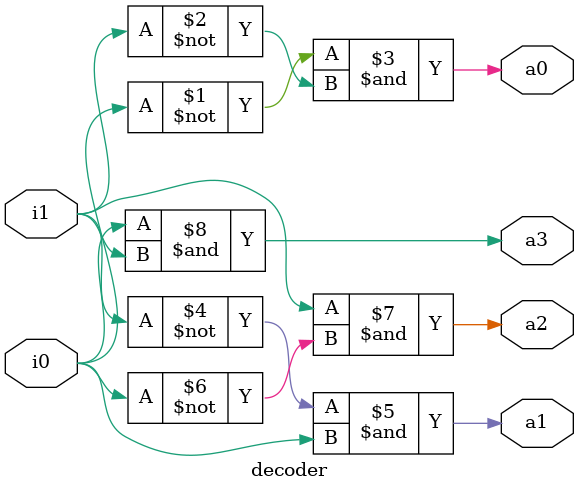
<source format=v>
module decoder(input i0,i1, output a0,a1,a2,a3);
assign a0=(~i0)&(~i1);
assign a1=(~i1)&i0;
assign a2=i1&(~i0);
assign a3=i0&i1;
endmodule

</source>
